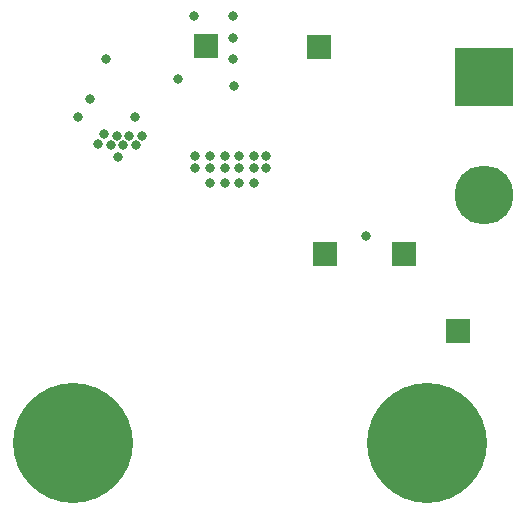
<source format=gbr>
%TF.GenerationSoftware,KiCad,Pcbnew,(6.0.8)*%
%TF.CreationDate,2023-02-08T15:19:57+01:00*%
%TF.ProjectId,power supply prototype,706f7765-7220-4737-9570-706c79207072,rev?*%
%TF.SameCoordinates,Original*%
%TF.FileFunction,Copper,L3,Inr*%
%TF.FilePolarity,Positive*%
%FSLAX46Y46*%
G04 Gerber Fmt 4.6, Leading zero omitted, Abs format (unit mm)*
G04 Created by KiCad (PCBNEW (6.0.8)) date 2023-02-08 15:19:57*
%MOMM*%
%LPD*%
G01*
G04 APERTURE LIST*
%TA.AperFunction,ComponentPad*%
%ADD10R,2.000000X2.000000*%
%TD*%
%TA.AperFunction,ComponentPad*%
%ADD11R,5.000000X5.000000*%
%TD*%
%TA.AperFunction,ComponentPad*%
%ADD12O,5.000000X5.000000*%
%TD*%
%TA.AperFunction,ComponentPad*%
%ADD13C,10.160000*%
%TD*%
%TA.AperFunction,ViaPad*%
%ADD14C,0.800000*%
%TD*%
G04 APERTURE END LIST*
D10*
%TO.N,/power supply/COMP*%
%TO.C,TP4*%
X134400000Y-78400000D03*
%TD*%
%TO.N,+BATT*%
%TO.C,TP1*%
X144000000Y-78500000D03*
%TD*%
%TO.N,Net-(L1-Pad2)*%
%TO.C,TP5*%
X144500000Y-96000000D03*
%TD*%
%TO.N,+5V*%
%TO.C,TP3*%
X155750000Y-102500000D03*
%TD*%
%TO.N,+5V*%
%TO.C,TP2*%
X151200000Y-96000000D03*
%TD*%
D11*
%TO.N,+BATT*%
%TO.C,XT60*%
X158000000Y-81000000D03*
D12*
%TO.N,-BATT*%
X158000000Y-91000000D03*
%TD*%
D13*
%TO.N,+5V*%
%TO.C,J1*%
X153100000Y-112000000D03*
%TO.N,-BATT*%
X123130000Y-112000000D03*
%TD*%
D14*
%TO.N,-BATT*%
X136750000Y-77750000D03*
X136750000Y-79500000D03*
X138500000Y-90000000D03*
X137250000Y-90000000D03*
X136000000Y-90000000D03*
X134750000Y-90000000D03*
X139500000Y-88750000D03*
X139500000Y-87750000D03*
X138500000Y-88750000D03*
X138500000Y-87750000D03*
X137250000Y-88750000D03*
X137250000Y-87750000D03*
X136000000Y-88750000D03*
X136000000Y-87750000D03*
X134750000Y-88750000D03*
X134750000Y-87750000D03*
X133500000Y-88750000D03*
X133500000Y-87750000D03*
%TO.N,+5V*%
X148000000Y-94500000D03*
%TO.N,-BATT*%
X126400000Y-86800000D03*
X128500000Y-86800000D03*
X126900000Y-86000000D03*
X133400000Y-75900000D03*
X136700000Y-75900000D03*
X129000000Y-86000000D03*
X125800000Y-85900000D03*
X127400000Y-86800000D03*
X125300000Y-86700000D03*
X132100000Y-81200000D03*
X136800000Y-81800000D03*
X127900000Y-86000000D03*
%TO.N,/power supply/LX*%
X127000000Y-87800000D03*
X123600000Y-84400000D03*
%TO.N,+5V*%
X126000000Y-79500000D03*
%TO.N,/power supply/RESET*%
X124600000Y-82900000D03*
X128399248Y-84454917D03*
%TD*%
M02*

</source>
